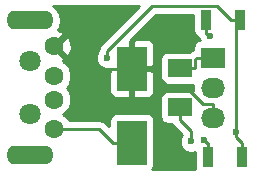
<source format=gbl>
G04 #@! TF.FileFunction,Copper,L2,Bot,Signal*
%FSLAX46Y46*%
G04 Gerber Fmt 4.6, Leading zero omitted, Abs format (unit mm)*
G04 Created by KiCad (PCBNEW 4.0.4+e1-6308~48~ubuntu16.04.1-stable) date Mon Dec 19 21:15:10 2016*
%MOMM*%
%LPD*%
G01*
G04 APERTURE LIST*
%ADD10C,0.100000*%
%ADD11R,2.500000X3.750000*%
%ADD12R,0.900000X1.700000*%
%ADD13R,2.032000X1.524000*%
%ADD14O,4.000000X1.600000*%
%ADD15C,1.800000*%
%ADD16C,1.600000*%
%ADD17R,2.032000X1.727200*%
%ADD18O,2.032000X1.727200*%
%ADD19C,0.600000*%
%ADD20C,0.250000*%
%ADD21C,0.254000*%
G04 APERTURE END LIST*
D10*
D11*
X11136000Y2941000D03*
X11136000Y9191000D03*
D12*
X20460000Y1748000D03*
X17560000Y1748000D03*
X20350000Y13350000D03*
X17450000Y13350000D03*
D13*
X15200000Y9241000D03*
X15200000Y5939000D03*
D14*
X2500000Y1890000D03*
X2500000Y13290000D03*
D15*
X2500000Y5340000D03*
X2500000Y9840000D03*
D16*
X4600000Y6590000D03*
X4600000Y8590000D03*
X4600000Y4090000D03*
X4600000Y11090000D03*
D17*
X17994000Y10130000D03*
D18*
X17994000Y7590000D03*
X17994000Y5050000D03*
D19*
X12721200Y5705000D03*
X17222900Y3177900D03*
X17770800Y11927200D03*
X16135800Y3036700D03*
X9031600Y10106100D03*
X19962400Y3832300D03*
D20*
X8411700Y4090000D02*
X9560700Y2941000D01*
X4600000Y4090000D02*
X8411700Y4090000D01*
X11136000Y2941000D02*
X9560700Y2941000D01*
X11136000Y9191000D02*
X12711300Y9191000D01*
X17994000Y5050000D02*
X17994000Y6238900D01*
X6499000Y9191000D02*
X11136000Y9191000D01*
X4600000Y11090000D02*
X6499000Y9191000D01*
X12721200Y6050300D02*
X12721200Y5705000D01*
X14286600Y7615700D02*
X12721200Y6050300D01*
X12711300Y9191000D02*
X14286600Y7615700D01*
X17147300Y6238900D02*
X17994000Y6238900D01*
X15770500Y7615700D02*
X17147300Y6238900D01*
X14286600Y7615700D02*
X15770500Y7615700D01*
X17477500Y2923300D02*
X17222900Y3177900D01*
X17560000Y2923300D02*
X17477500Y2923300D01*
X17560000Y1748000D02*
X17560000Y2923300D01*
X17523300Y12174700D02*
X17770800Y11927200D01*
X17450000Y12174700D02*
X17523300Y12174700D01*
X17450000Y13350000D02*
X17450000Y12174700D01*
X16135800Y3915900D02*
X16135800Y3036700D01*
X15200000Y4851700D02*
X16135800Y3915900D01*
X15200000Y5939000D02*
X15200000Y4851700D01*
X16541300Y10018600D02*
X16652700Y10130000D01*
X16541300Y9241000D02*
X16541300Y10018600D01*
X17994000Y10130000D02*
X16652700Y10130000D01*
X15200000Y9241000D02*
X16541300Y9241000D01*
X9031600Y10680900D02*
X9031600Y10106100D01*
X12876100Y14525400D02*
X9031600Y10680900D01*
X18399300Y14525400D02*
X12876100Y14525400D01*
X19574700Y13350000D02*
X18399300Y14525400D01*
X20350000Y13350000D02*
X19962400Y13350000D01*
X19962400Y13350000D02*
X19574700Y13350000D01*
X20460000Y1748000D02*
X20460000Y2923300D01*
X19962400Y13350000D02*
X19962400Y3832300D01*
X19962400Y3420900D02*
X20460000Y2923300D01*
X19962400Y3832300D02*
X19962400Y3420900D01*
D21*
G36*
X8494199Y11218301D02*
X8329452Y10971739D01*
X8271600Y10680900D01*
X8271600Y10668563D01*
X8239408Y10636427D01*
X8096762Y10292899D01*
X8096438Y9920933D01*
X8238483Y9577157D01*
X8501273Y9313908D01*
X8844801Y9171262D01*
X9216767Y9170938D01*
X9251000Y9185083D01*
X9251000Y9063998D01*
X9409748Y9063998D01*
X9251000Y8905250D01*
X9251000Y7189691D01*
X9347673Y6956302D01*
X9526301Y6777673D01*
X9759690Y6681000D01*
X10850250Y6681000D01*
X11009000Y6839750D01*
X11009000Y9064000D01*
X11263000Y9064000D01*
X11263000Y6839750D01*
X11421750Y6681000D01*
X12512310Y6681000D01*
X12745699Y6777673D01*
X12924327Y6956302D01*
X13021000Y7189691D01*
X13021000Y8905250D01*
X12862250Y9064000D01*
X11263000Y9064000D01*
X11009000Y9064000D01*
X10989000Y9064000D01*
X10989000Y9318000D01*
X11009000Y9318000D01*
X11009000Y11542250D01*
X11263000Y11542250D01*
X11263000Y9318000D01*
X12862250Y9318000D01*
X13021000Y9476750D01*
X13021000Y11192309D01*
X12924327Y11425698D01*
X12745699Y11604327D01*
X12512310Y11701000D01*
X11421750Y11701000D01*
X11263000Y11542250D01*
X11009000Y11542250D01*
X10988376Y11562874D01*
X13190902Y13765400D01*
X16352560Y13765400D01*
X16352560Y12500000D01*
X16396838Y12264683D01*
X16535910Y12048559D01*
X16743275Y11906873D01*
X16747852Y11883861D01*
X16835647Y11752466D01*
X16835638Y11742033D01*
X16884627Y11623471D01*
X16742683Y11596762D01*
X16526559Y11457690D01*
X16381569Y11245490D01*
X16330560Y10993600D01*
X16330560Y10811234D01*
X16115299Y10667401D01*
X16098338Y10650440D01*
X14184000Y10650440D01*
X13948683Y10606162D01*
X13732559Y10467090D01*
X13587569Y10254890D01*
X13536560Y10003000D01*
X13536560Y8479000D01*
X13580838Y8243683D01*
X13719910Y8027559D01*
X13932110Y7882569D01*
X14184000Y7831560D01*
X16216000Y7831560D01*
X16364253Y7859456D01*
X16310655Y7590000D01*
X16364694Y7318329D01*
X16216000Y7348440D01*
X14184000Y7348440D01*
X13948683Y7304162D01*
X13732559Y7165090D01*
X13587569Y6952890D01*
X13536560Y6701000D01*
X13536560Y5177000D01*
X13580838Y4941683D01*
X13719910Y4725559D01*
X13932110Y4580569D01*
X14184000Y4529560D01*
X14518767Y4529560D01*
X14662599Y4314299D01*
X15375800Y3601098D01*
X15375800Y3599163D01*
X15343608Y3567027D01*
X15200962Y3223499D01*
X15200638Y2851533D01*
X15342683Y2507757D01*
X15605473Y2244508D01*
X15949001Y2101862D01*
X16320967Y2101538D01*
X16462560Y2160043D01*
X16462560Y898000D01*
X16503580Y680000D01*
X12890798Y680000D01*
X12982431Y814110D01*
X13033440Y1066000D01*
X13033440Y4816000D01*
X12989162Y5051317D01*
X12850090Y5267441D01*
X12637890Y5412431D01*
X12386000Y5463440D01*
X9886000Y5463440D01*
X9650683Y5419162D01*
X9434559Y5280090D01*
X9289569Y5067890D01*
X9238560Y4816000D01*
X9238560Y4337942D01*
X8949101Y4627401D01*
X8702539Y4792148D01*
X8411700Y4850000D01*
X5838646Y4850000D01*
X5817243Y4901800D01*
X5413923Y5305824D01*
X5332069Y5339813D01*
X5411800Y5372757D01*
X5815824Y5776077D01*
X6034750Y6303309D01*
X6035248Y6874187D01*
X5817243Y7401800D01*
X5629397Y7589974D01*
X5815824Y7776077D01*
X6034750Y8303309D01*
X6035248Y8874187D01*
X5817243Y9401800D01*
X5413923Y9805824D01*
X5347456Y9833423D01*
X5354005Y9836136D01*
X5428139Y10082255D01*
X4600000Y10910395D01*
X4585858Y10896252D01*
X4406252Y11075858D01*
X4420395Y11090000D01*
X4779605Y11090000D01*
X5607745Y10261861D01*
X5853864Y10335995D01*
X6046965Y10873223D01*
X6019778Y11443454D01*
X5853864Y11844005D01*
X5607745Y11918139D01*
X4779605Y11090000D01*
X4420395Y11090000D01*
X4406252Y11104142D01*
X4585858Y11283748D01*
X4600000Y11269605D01*
X5428139Y12097745D01*
X5354005Y12343864D01*
X4917071Y12500915D01*
X5077390Y12740849D01*
X5186623Y13290000D01*
X5077390Y13839151D01*
X4766321Y14304698D01*
X4474031Y14500000D01*
X11775898Y14500000D01*
X8494199Y11218301D01*
X8494199Y11218301D01*
G37*
X8494199Y11218301D02*
X8329452Y10971739D01*
X8271600Y10680900D01*
X8271600Y10668563D01*
X8239408Y10636427D01*
X8096762Y10292899D01*
X8096438Y9920933D01*
X8238483Y9577157D01*
X8501273Y9313908D01*
X8844801Y9171262D01*
X9216767Y9170938D01*
X9251000Y9185083D01*
X9251000Y9063998D01*
X9409748Y9063998D01*
X9251000Y8905250D01*
X9251000Y7189691D01*
X9347673Y6956302D01*
X9526301Y6777673D01*
X9759690Y6681000D01*
X10850250Y6681000D01*
X11009000Y6839750D01*
X11009000Y9064000D01*
X11263000Y9064000D01*
X11263000Y6839750D01*
X11421750Y6681000D01*
X12512310Y6681000D01*
X12745699Y6777673D01*
X12924327Y6956302D01*
X13021000Y7189691D01*
X13021000Y8905250D01*
X12862250Y9064000D01*
X11263000Y9064000D01*
X11009000Y9064000D01*
X10989000Y9064000D01*
X10989000Y9318000D01*
X11009000Y9318000D01*
X11009000Y11542250D01*
X11263000Y11542250D01*
X11263000Y9318000D01*
X12862250Y9318000D01*
X13021000Y9476750D01*
X13021000Y11192309D01*
X12924327Y11425698D01*
X12745699Y11604327D01*
X12512310Y11701000D01*
X11421750Y11701000D01*
X11263000Y11542250D01*
X11009000Y11542250D01*
X10988376Y11562874D01*
X13190902Y13765400D01*
X16352560Y13765400D01*
X16352560Y12500000D01*
X16396838Y12264683D01*
X16535910Y12048559D01*
X16743275Y11906873D01*
X16747852Y11883861D01*
X16835647Y11752466D01*
X16835638Y11742033D01*
X16884627Y11623471D01*
X16742683Y11596762D01*
X16526559Y11457690D01*
X16381569Y11245490D01*
X16330560Y10993600D01*
X16330560Y10811234D01*
X16115299Y10667401D01*
X16098338Y10650440D01*
X14184000Y10650440D01*
X13948683Y10606162D01*
X13732559Y10467090D01*
X13587569Y10254890D01*
X13536560Y10003000D01*
X13536560Y8479000D01*
X13580838Y8243683D01*
X13719910Y8027559D01*
X13932110Y7882569D01*
X14184000Y7831560D01*
X16216000Y7831560D01*
X16364253Y7859456D01*
X16310655Y7590000D01*
X16364694Y7318329D01*
X16216000Y7348440D01*
X14184000Y7348440D01*
X13948683Y7304162D01*
X13732559Y7165090D01*
X13587569Y6952890D01*
X13536560Y6701000D01*
X13536560Y5177000D01*
X13580838Y4941683D01*
X13719910Y4725559D01*
X13932110Y4580569D01*
X14184000Y4529560D01*
X14518767Y4529560D01*
X14662599Y4314299D01*
X15375800Y3601098D01*
X15375800Y3599163D01*
X15343608Y3567027D01*
X15200962Y3223499D01*
X15200638Y2851533D01*
X15342683Y2507757D01*
X15605473Y2244508D01*
X15949001Y2101862D01*
X16320967Y2101538D01*
X16462560Y2160043D01*
X16462560Y898000D01*
X16503580Y680000D01*
X12890798Y680000D01*
X12982431Y814110D01*
X13033440Y1066000D01*
X13033440Y4816000D01*
X12989162Y5051317D01*
X12850090Y5267441D01*
X12637890Y5412431D01*
X12386000Y5463440D01*
X9886000Y5463440D01*
X9650683Y5419162D01*
X9434559Y5280090D01*
X9289569Y5067890D01*
X9238560Y4816000D01*
X9238560Y4337942D01*
X8949101Y4627401D01*
X8702539Y4792148D01*
X8411700Y4850000D01*
X5838646Y4850000D01*
X5817243Y4901800D01*
X5413923Y5305824D01*
X5332069Y5339813D01*
X5411800Y5372757D01*
X5815824Y5776077D01*
X6034750Y6303309D01*
X6035248Y6874187D01*
X5817243Y7401800D01*
X5629397Y7589974D01*
X5815824Y7776077D01*
X6034750Y8303309D01*
X6035248Y8874187D01*
X5817243Y9401800D01*
X5413923Y9805824D01*
X5347456Y9833423D01*
X5354005Y9836136D01*
X5428139Y10082255D01*
X4600000Y10910395D01*
X4585858Y10896252D01*
X4406252Y11075858D01*
X4420395Y11090000D01*
X4779605Y11090000D01*
X5607745Y10261861D01*
X5853864Y10335995D01*
X6046965Y10873223D01*
X6019778Y11443454D01*
X5853864Y11844005D01*
X5607745Y11918139D01*
X4779605Y11090000D01*
X4420395Y11090000D01*
X4406252Y11104142D01*
X4585858Y11283748D01*
X4600000Y11269605D01*
X5428139Y12097745D01*
X5354005Y12343864D01*
X4917071Y12500915D01*
X5077390Y12740849D01*
X5186623Y13290000D01*
X5077390Y13839151D01*
X4766321Y14304698D01*
X4474031Y14500000D01*
X11775898Y14500000D01*
X8494199Y11218301D01*
G36*
X18121000Y5177000D02*
X18141000Y5177000D01*
X18141000Y4923000D01*
X18121000Y4923000D01*
X18121000Y4903000D01*
X17867000Y4903000D01*
X17867000Y4923000D01*
X17847000Y4923000D01*
X17847000Y5177000D01*
X17867000Y5177000D01*
X17867000Y5197000D01*
X18121000Y5197000D01*
X18121000Y5177000D01*
X18121000Y5177000D01*
G37*
X18121000Y5177000D02*
X18141000Y5177000D01*
X18141000Y4923000D01*
X18121000Y4923000D01*
X18121000Y4903000D01*
X17867000Y4903000D01*
X17867000Y4923000D01*
X17847000Y4923000D01*
X17847000Y5177000D01*
X17867000Y5177000D01*
X17867000Y5197000D01*
X18121000Y5197000D01*
X18121000Y5177000D01*
M02*

</source>
